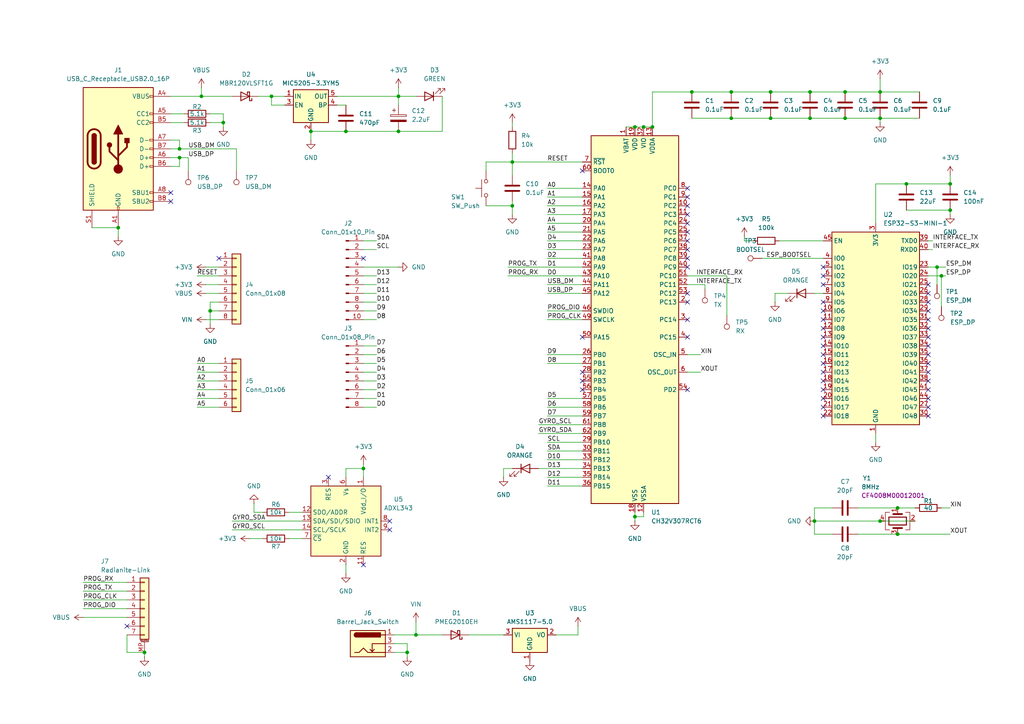
<source format=kicad_sch>
(kicad_sch (version 20231120) (generator "eeschema") (generator_version "8.0")
  (paper "A4")
  (junction (at 115.57 27.94))
  (junction (at 184.15 36.83))
  (junction (at 105.41 135.89))
  (junction (at 60.96 90.17))
  (junction (at 115.57 38.1))
  (junction (at 255.27 26.67))
  (junction (at 118.11 189.23))
  (junction (at 212.09 34.29))
  (junction (at 90.17 38.1))
  (junction (at 52.07 43.18))
  (junction (at 245.11 26.67))
  (junction (at 260.35 147.32))
  (junction (at 100.33 38.1))
  (junction (at 223.52 34.29))
  (junction (at 148.59 46.99))
  (junction (at 200.66 26.67))
  (junction (at 255.27 151.13))
  (junction (at 271.78 77.47))
  (junction (at 275.59 53.34))
  (junction (at 262.89 53.34))
  (junction (at 260.35 154.94))
  (junction (at 58.42 27.94))
  (junction (at 120.65 184.15))
  (junction (at 52.07 45.72))
  (junction (at 273.05 80.01))
  (junction (at 41.91 189.23))
  (junction (at 186.69 36.83))
  (junction (at 212.09 26.67))
  (junction (at 236.22 151.13))
  (junction (at 223.52 26.67))
  (junction (at 255.27 34.29))
  (junction (at 234.95 26.67))
  (junction (at 234.95 34.29))
  (junction (at 148.59 59.69))
  (junction (at 78.74 27.94))
  (junction (at 64.77 35.56))
  (junction (at 245.11 34.29))
  (junction (at 184.15 149.86))
  (junction (at 34.29 66.04))
  (junction (at 189.23 36.83))
  (junction (at 275.59 60.96))
  (no_connect (at 269.24 113.03))
  (no_connect (at 269.24 92.71))
  (no_connect (at 269.24 100.33))
  (no_connect (at 238.76 97.79))
  (no_connect (at 168.91 49.53))
  (no_connect (at 269.24 90.17))
  (no_connect (at 238.76 107.95))
  (no_connect (at 113.03 151.13))
  (no_connect (at 238.76 105.41))
  (no_connect (at 269.24 102.87))
  (no_connect (at 168.91 110.49))
  (no_connect (at 49.53 55.88))
  (no_connect (at 238.76 120.65))
  (no_connect (at 199.39 77.47))
  (no_connect (at 113.03 153.67))
  (no_connect (at 105.41 163.83))
  (no_connect (at 269.24 118.11))
  (no_connect (at 238.76 102.87))
  (no_connect (at 36.83 181.61))
  (no_connect (at 238.76 118.11))
  (no_connect (at 199.39 62.23))
  (no_connect (at 199.39 72.39))
  (no_connect (at 168.91 107.95))
  (no_connect (at 238.76 115.57))
  (no_connect (at 199.39 59.69))
  (no_connect (at 199.39 92.71))
  (no_connect (at 199.39 97.79))
  (no_connect (at 238.76 110.49))
  (no_connect (at 199.39 113.03))
  (no_connect (at 95.25 138.43))
  (no_connect (at 168.91 97.79))
  (no_connect (at 199.39 67.31))
  (no_connect (at 269.24 97.79))
  (no_connect (at 199.39 85.09))
  (no_connect (at 269.24 107.95))
  (no_connect (at 269.24 115.57))
  (no_connect (at 269.24 85.09))
  (no_connect (at 269.24 105.41))
  (no_connect (at 269.24 120.65))
  (no_connect (at 238.76 82.55))
  (no_connect (at 238.76 90.17))
  (no_connect (at 199.39 74.93))
  (no_connect (at 238.76 113.03))
  (no_connect (at 199.39 64.77))
  (no_connect (at 269.24 95.25))
  (no_connect (at 105.41 74.93))
  (no_connect (at 238.76 87.63))
  (no_connect (at 238.76 92.71))
  (no_connect (at 63.5 74.93))
  (no_connect (at 238.76 80.01))
  (no_connect (at 199.39 54.61))
  (no_connect (at 199.39 87.63))
  (no_connect (at 199.39 69.85))
  (no_connect (at 269.24 110.49))
  (no_connect (at 238.76 77.47))
  (no_connect (at 269.24 82.55))
  (no_connect (at 49.53 58.42))
  (no_connect (at 199.39 57.15))
  (no_connect (at 238.76 100.33))
  (no_connect (at 269.24 87.63))
  (no_connect (at 168.91 113.03))
  (no_connect (at 238.76 95.25))
  (wire (pts (xy 140.97 46.99) (xy 140.97 49.53)))
  (wire (pts (xy 156.21 125.73) (xy 168.91 125.73)))
  (wire (pts (xy 57.15 80.01) (xy 63.5 80.01)))
  (wire (pts (xy 269.24 72.39) (xy 270.51 72.39)))
  (wire (pts (xy 68.58 49.53) (xy 68.58 43.18)))
  (wire (pts (xy 158.75 140.97) (xy 168.91 140.97)))
  (wire (pts (xy 105.41 118.11) (xy 109.22 118.11)))
  (wire (pts (xy 49.53 45.72) (xy 52.07 45.72)))
  (wire (pts (xy 57.15 110.49) (xy 63.5 110.49)))
  (wire (pts (xy 234.95 26.67) (xy 245.11 26.67)))
  (wire (pts (xy 158.75 128.27) (xy 168.91 128.27)))
  (wire (pts (xy 118.11 186.69) (xy 114.3 186.69)))
  (wire (pts (xy 52.07 45.72) (xy 52.07 48.26)))
  (wire (pts (xy 58.42 25.4) (xy 58.42 27.94)))
  (wire (pts (xy 24.13 171.45) (xy 36.83 171.45)))
  (wire (pts (xy 200.66 34.29) (xy 212.09 34.29)))
  (wire (pts (xy 236.22 85.09) (xy 238.76 85.09)))
  (wire (pts (xy 115.57 27.94) (xy 120.65 27.94)))
  (wire (pts (xy 269.24 69.85) (xy 270.51 69.85)))
  (wire (pts (xy 189.23 36.83) (xy 189.23 26.67)))
  (wire (pts (xy 156.21 123.19) (xy 168.91 123.19)))
  (wire (pts (xy 60.96 87.63) (xy 63.5 87.63)))
  (wire (pts (xy 158.75 90.17) (xy 168.91 90.17)))
  (wire (pts (xy 254 64.77) (xy 254 53.34)))
  (wire (pts (xy 199.39 80.01) (xy 210.82 80.01)))
  (wire (pts (xy 52.07 40.64) (xy 49.53 40.64)))
  (wire (pts (xy 223.52 34.29) (xy 234.95 34.29)))
  (wire (pts (xy 262.89 53.34) (xy 275.59 53.34)))
  (wire (pts (xy 114.3 189.23) (xy 118.11 189.23)))
  (wire (pts (xy 275.59 60.96) (xy 275.59 62.23)))
  (wire (pts (xy 34.29 66.04) (xy 34.29 68.58)))
  (wire (pts (xy 167.64 184.15) (xy 161.29 184.15)))
  (wire (pts (xy 67.31 151.13) (xy 87.63 151.13)))
  (wire (pts (xy 58.42 27.94) (xy 49.53 27.94)))
  (wire (pts (xy 100.33 135.89) (xy 105.41 135.89)))
  (wire (pts (xy 269.24 80.01) (xy 273.05 80.01)))
  (wire (pts (xy 100.33 138.43) (xy 100.33 135.89)))
  (wire (pts (xy 59.69 92.71) (xy 63.5 92.71)))
  (wire (pts (xy 52.07 43.18) (xy 52.07 40.64)))
  (wire (pts (xy 140.97 46.99) (xy 148.59 46.99)))
  (wire (pts (xy 64.77 35.56) (xy 64.77 36.83)))
  (wire (pts (xy 262.89 60.96) (xy 275.59 60.96)))
  (wire (pts (xy 215.9 68.58) (xy 215.9 69.85)))
  (wire (pts (xy 148.59 44.45) (xy 148.59 46.99)))
  (wire (pts (xy 148.59 58.42) (xy 148.59 59.69)))
  (wire (pts (xy 74.93 27.94) (xy 78.74 27.94)))
  (wire (pts (xy 254 125.73) (xy 254 128.27)))
  (wire (pts (xy 41.91 189.23) (xy 41.91 190.5)))
  (wire (pts (xy 271.78 77.47) (xy 271.78 82.55)))
  (wire (pts (xy 248.92 154.94) (xy 260.35 154.94)))
  (wire (pts (xy 52.07 43.18) (xy 68.58 43.18)))
  (wire (pts (xy 148.59 46.99) (xy 148.59 50.8)))
  (wire (pts (xy 255.27 26.67) (xy 266.7 26.67)))
  (wire (pts (xy 24.13 176.53) (xy 36.83 176.53)))
  (wire (pts (xy 24.13 179.07) (xy 36.83 179.07)))
  (wire (pts (xy 100.33 38.1) (xy 115.57 38.1)))
  (wire (pts (xy 78.74 27.94) (xy 82.55 27.94)))
  (wire (pts (xy 189.23 26.67) (xy 200.66 26.67)))
  (wire (pts (xy 105.41 105.41) (xy 109.22 105.41)))
  (wire (pts (xy 241.3 154.94) (xy 236.22 154.94)))
  (wire (pts (xy 158.75 130.81) (xy 168.91 130.81)))
  (wire (pts (xy 269.24 77.47) (xy 271.78 77.47)))
  (wire (pts (xy 49.53 35.56) (xy 53.34 35.56)))
  (wire (pts (xy 167.64 181.61) (xy 167.64 184.15)))
  (wire (pts (xy 245.11 26.67) (xy 255.27 26.67)))
  (wire (pts (xy 57.15 118.11) (xy 63.5 118.11)))
  (wire (pts (xy 184.15 36.83) (xy 186.69 36.83)))
  (wire (pts (xy 118.11 189.23) (xy 118.11 186.69)))
  (wire (pts (xy 60.96 33.02) (xy 64.77 33.02)))
  (wire (pts (xy 158.75 118.11) (xy 168.91 118.11)))
  (wire (pts (xy 255.27 34.29) (xy 266.7 34.29)))
  (wire (pts (xy 200.66 26.67) (xy 212.09 26.67)))
  (wire (pts (xy 59.69 77.47) (xy 63.5 77.47)))
  (wire (pts (xy 158.75 85.09) (xy 168.91 85.09)))
  (wire (pts (xy 60.96 90.17) (xy 63.5 90.17)))
  (wire (pts (xy 140.97 59.69) (xy 148.59 59.69)))
  (wire (pts (xy 186.69 36.83) (xy 189.23 36.83)))
  (wire (pts (xy 26.67 66.04) (xy 34.29 66.04)))
  (wire (pts (xy 255.27 151.13) (xy 265.43 151.13)))
  (wire (pts (xy 60.96 90.17) (xy 60.96 87.63)))
  (wire (pts (xy 158.75 138.43) (xy 168.91 138.43)))
  (wire (pts (xy 57.15 107.95) (xy 63.5 107.95)))
  (wire (pts (xy 105.41 107.95) (xy 109.22 107.95)))
  (wire (pts (xy 148.59 35.56) (xy 148.59 36.83)))
  (wire (pts (xy 105.41 82.55) (xy 109.22 82.55)))
  (wire (pts (xy 97.79 30.48) (xy 100.33 30.48)))
  (wire (pts (xy 24.13 173.99) (xy 36.83 173.99)))
  (wire (pts (xy 105.41 69.85) (xy 109.22 69.85)))
  (wire (pts (xy 105.41 87.63) (xy 109.22 87.63)))
  (wire (pts (xy 128.27 38.1) (xy 115.57 38.1)))
  (wire (pts (xy 210.82 91.44) (xy 210.82 80.01)))
  (wire (pts (xy 57.15 113.03) (xy 63.5 113.03)))
  (wire (pts (xy 105.41 135.89) (xy 105.41 138.43)))
  (wire (pts (xy 199.39 102.87) (xy 203.2 102.87)))
  (wire (pts (xy 105.41 102.87) (xy 109.22 102.87)))
  (wire (pts (xy 105.41 134.62) (xy 105.41 135.89)))
  (wire (pts (xy 236.22 154.94) (xy 236.22 151.13)))
  (wire (pts (xy 236.22 151.13) (xy 255.27 151.13)))
  (wire (pts (xy 220.98 74.93) (xy 238.76 74.93)))
  (wire (pts (xy 158.75 57.15) (xy 168.91 57.15)))
  (wire (pts (xy 158.75 67.31) (xy 168.91 67.31)))
  (wire (pts (xy 146.05 135.89) (xy 148.59 135.89)))
  (wire (pts (xy 186.69 148.59) (xy 186.69 149.86)))
  (wire (pts (xy 158.75 72.39) (xy 168.91 72.39)))
  (wire (pts (xy 100.33 163.83) (xy 100.33 166.37)))
  (wire (pts (xy 273.05 147.32) (xy 275.59 147.32)))
  (wire (pts (xy 105.41 72.39) (xy 109.22 72.39)))
  (wire (pts (xy 52.07 48.26) (xy 49.53 48.26)))
  (wire (pts (xy 54.61 45.72) (xy 54.61 49.53)))
  (wire (pts (xy 158.75 64.77) (xy 168.91 64.77)))
  (wire (pts (xy 24.13 168.91) (xy 36.83 168.91)))
  (wire (pts (xy 83.82 156.21) (xy 87.63 156.21)))
  (wire (pts (xy 224.79 85.09) (xy 224.79 87.63)))
  (wire (pts (xy 58.42 27.94) (xy 67.31 27.94)))
  (wire (pts (xy 223.52 26.67) (xy 234.95 26.67)))
  (wire (pts (xy 255.27 34.29) (xy 255.27 35.56)))
  (wire (pts (xy 115.57 27.94) (xy 115.57 30.48)))
  (wire (pts (xy 260.35 154.94) (xy 275.59 154.94)))
  (wire (pts (xy 72.39 156.21) (xy 76.2 156.21)))
  (wire (pts (xy 158.75 59.69) (xy 168.91 59.69)))
  (wire (pts (xy 146.05 138.43) (xy 146.05 135.89)))
  (wire (pts (xy 105.41 80.01) (xy 109.22 80.01)))
  (wire (pts (xy 271.78 77.47) (xy 274.32 77.47)))
  (wire (pts (xy 49.53 43.18) (xy 52.07 43.18)))
  (wire (pts (xy 245.11 34.29) (xy 255.27 34.29)))
  (wire (pts (xy 49.53 33.02) (xy 53.34 33.02)))
  (wire (pts (xy 275.59 50.8) (xy 275.59 53.34)))
  (wire (pts (xy 234.95 34.29) (xy 245.11 34.29)))
  (wire (pts (xy 73.66 148.59) (xy 76.2 148.59)))
  (wire (pts (xy 158.75 102.87) (xy 168.91 102.87)))
  (wire (pts (xy 226.06 69.85) (xy 238.76 69.85)))
  (wire (pts (xy 105.41 85.09) (xy 109.22 85.09)))
  (wire (pts (xy 73.66 146.05) (xy 73.66 148.59)))
  (wire (pts (xy 120.65 180.34) (xy 120.65 184.15)))
  (wire (pts (xy 199.39 82.55) (xy 204.47 82.55)))
  (wire (pts (xy 57.15 115.57) (xy 63.5 115.57)))
  (wire (pts (xy 212.09 26.67) (xy 223.52 26.67)))
  (wire (pts (xy 120.65 184.15) (xy 128.27 184.15)))
  (wire (pts (xy 158.75 82.55) (xy 168.91 82.55)))
  (wire (pts (xy 156.21 135.89) (xy 168.91 135.89)))
  (wire (pts (xy 36.83 189.23) (xy 41.91 189.23)))
  (wire (pts (xy 105.41 77.47) (xy 115.57 77.47)))
  (wire (pts (xy 64.77 33.02) (xy 64.77 35.56)))
  (wire (pts (xy 158.75 133.35) (xy 168.91 133.35)))
  (wire (pts (xy 105.41 90.17) (xy 109.22 90.17)))
  (wire (pts (xy 199.39 107.95) (xy 203.2 107.95)))
  (wire (pts (xy 118.11 190.5) (xy 118.11 189.23)))
  (wire (pts (xy 158.75 105.41) (xy 168.91 105.41)))
  (wire (pts (xy 105.41 92.71) (xy 109.22 92.71)))
  (wire (pts (xy 52.07 45.72) (xy 54.61 45.72)))
  (wire (pts (xy 254 53.34) (xy 262.89 53.34)))
  (wire (pts (xy 57.15 105.41) (xy 63.5 105.41)))
  (wire (pts (xy 228.6 85.09) (xy 224.79 85.09)))
  (wire (pts (xy 158.75 69.85) (xy 168.91 69.85)))
  (wire (pts (xy 212.09 34.29) (xy 223.52 34.29)))
  (wire (pts (xy 114.3 184.15) (xy 120.65 184.15)))
  (wire (pts (xy 248.92 147.32) (xy 260.35 147.32)))
  (wire (pts (xy 273.05 80.01) (xy 273.05 88.9)))
  (wire (pts (xy 184.15 148.59) (xy 184.15 149.86)))
  (wire (pts (xy 215.9 69.85) (xy 218.44 69.85)))
  (wire (pts (xy 105.41 110.49) (xy 109.22 110.49)))
  (wire (pts (xy 204.47 83.82) (xy 204.47 82.55)))
  (wire (pts (xy 158.75 120.65) (xy 168.91 120.65)))
  (wire (pts (xy 148.59 46.99) (xy 168.91 46.99)))
  (wire (pts (xy 105.41 115.57) (xy 109.22 115.57)))
  (wire (pts (xy 59.69 82.55) (xy 63.5 82.55)))
  (wire (pts (xy 60.96 35.56) (xy 64.77 35.56)))
  (wire (pts (xy 128.27 27.94) (xy 128.27 38.1)))
  (wire (pts (xy 273.05 80.01) (xy 274.32 80.01)))
  (wire (pts (xy 36.83 184.15) (xy 36.83 189.23)))
  (wire (pts (xy 158.75 115.57) (xy 168.91 115.57)))
  (wire (pts (xy 158.75 92.71) (xy 168.91 92.71)))
  (wire (pts (xy 241.3 147.32) (xy 236.22 147.32)))
  (wire (pts (xy 115.57 27.94) (xy 97.79 27.94)))
  (wire (pts (xy 105.41 100.33) (xy 109.22 100.33)))
  (wire (pts (xy 67.31 153.67) (xy 87.63 153.67)))
  (wire (pts (xy 255.27 22.86) (xy 255.27 26.67)))
  (wire (pts (xy 181.61 36.83) (xy 184.15 36.83)))
  (wire (pts (xy 82.55 30.48) (xy 78.74 30.48)))
  (wire (pts (xy 147.32 80.01) (xy 168.91 80.01)))
  (wire (pts (xy 105.41 113.03) (xy 109.22 113.03)))
  (wire (pts (xy 83.82 148.59) (xy 87.63 148.59)))
  (wire (pts (xy 59.69 85.09) (xy 63.5 85.09)))
  (wire (pts (xy 90.17 38.1) (xy 90.17 40.64)))
  (wire (pts (xy 60.96 93.98) (xy 60.96 90.17)))
  (wire (pts (xy 90.17 38.1) (xy 100.33 38.1)))
  (wire (pts (xy 186.69 149.86) (xy 184.15 149.86)))
  (wire (pts (xy 78.74 30.48) (xy 78.74 27.94)))
  (wire (pts (xy 148.59 59.69) (xy 148.59 62.23)))
  (wire (pts (xy 260.35 147.32) (xy 265.43 147.32)))
  (wire (pts (xy 135.89 184.15) (xy 146.05 184.15)))
  (wire (pts (xy 236.22 147.32) (xy 236.22 151.13)))
  (wire (pts (xy 184.15 149.86) (xy 184.15 151.13)))
  (wire (pts (xy 158.75 54.61) (xy 168.91 54.61)))
  (wire (pts (xy 158.75 62.23) (xy 168.91 62.23)))
  (wire (pts (xy 158.75 74.93) (xy 168.91 74.93)))
  (wire (pts (xy 115.57 25.4) (xy 115.57 27.94)))
  (wire (pts (xy 147.32 77.47) (xy 168.91 77.47)))
  (label "XIN" (at 275.59 147.32 0))
  (label "INTERFACE_TX" (at 201.93 82.55 0))
  (label "XIN" (at 203.2 102.87 0))
  (label "D10" (at 158.75 133.35 0))
  (label "PROG_DIO" (at 158.75 90.17 0))
  (label "D0" (at 109.22 118.11 0))
  (label "D9" (at 158.75 102.87 0))
  (label "D10" (at 109.22 87.63 0))
  (label "D3" (at 158.75 72.39 0))
  (label "D1" (at 158.75 77.47 0))
  (label "D4" (at 158.75 69.85 0))
  (label "SCL" (at 158.75 128.27 0))
  (label "ESP_DP" (at 274.32 80.01 0))
  (label "GYRO_SDA" (at 67.31 151.13 0))
  (label "D7" (at 158.75 120.65 0))
  (label "USB_DP" (at 54.61 45.72 0))
  (label "D9" (at 109.22 90.17 0))
  (label "A3" (at 57.15 113.03 0))
  (label "D2" (at 158.75 74.93 0))
  (label "PROG_CLK" (at 24.13 173.99 0))
  (label "D8" (at 109.22 92.71 0))
  (label "D5" (at 109.22 105.41 0))
  (label "GYRO_SCL" (at 156.21 123.19 0))
  (label "INTERFACE_RX" (at 270.51 72.39 0))
  (label "A0" (at 57.15 105.41 0))
  (label "D4" (at 109.22 107.95 0))
  (label "D1" (at 109.22 115.57 0))
  (label "D3" (at 109.22 110.49 0))
  (label "D5" (at 158.75 115.57 0))
  (label "D13" (at 109.22 80.01 0))
  (label "D12" (at 109.22 82.55 0))
  (label "D2" (at 109.22 113.03 0))
  (label "SDA" (at 158.75 130.81 0))
  (label "D6" (at 158.75 118.11 0))
  (label "A3" (at 158.75 62.23 0))
  (label "D12" (at 158.75 138.43 0))
  (label "A5" (at 57.15 118.11 0))
  (label "A2" (at 57.15 110.49 0))
  (label "D6" (at 109.22 102.87 0))
  (label "GYRO_SDA" (at 156.21 125.73 0))
  (label "D11" (at 158.75 140.97 0))
  (label "A2" (at 158.75 59.69 0))
  (label "RESET" (at 57.15 80.01 0))
  (label "ESP_BOOTSEL" (at 222.25 74.93 0))
  (label "A5" (at 158.75 67.31 0))
  (label "PROG_TX" (at 147.32 77.47 0))
  (label "PROG_DIO" (at 24.13 176.53 0))
  (label "PROG_CLK" (at 158.75 92.71 0))
  (label "D0" (at 158.75 80.01 0))
  (label "PROG_RX" (at 147.32 80.01 0))
  (label "USB_DP" (at 158.75 85.09 0))
  (label "USB_DM" (at 54.61 43.18 0))
  (label "RESET" (at 158.75 46.99 0))
  (label "A4" (at 158.75 64.77 0))
  (label "ESP_DM" (at 274.32 77.47 0))
  (label "SDA" (at 109.22 69.85 0))
  (label "D7" (at 109.22 100.33 0))
  (label "XOUT" (at 203.2 107.95 0))
  (label "SCL" (at 109.22 72.39 0))
  (label "XOUT" (at 275.59 154.94 0))
  (label "D8" (at 158.75 105.41 0))
  (label "D11" (at 109.22 85.09 0))
  (label "PROG_TX" (at 24.13 171.45 0))
  (label "A1" (at 57.15 107.95 0))
  (label "A1" (at 158.75 57.15 0))
  (label "A0" (at 158.75 54.61 0))
  (label "INTERFACE_RX" (at 201.93 80.01 0))
  (label "D13" (at 158.75 135.89 0))
  (label "A4" (at 57.15 115.57 0))
  (label "USB_DM" (at 158.75 82.55 0))
  (label "INTERFACE_TX" (at 270.51 69.85 0))
  (label "GYRO_SCL" (at 67.31 153.67 0))
  (label "PROG_RX" (at 24.13 168.91 0))
  (symbol (lib_id "Device:C") (at 200.66 30.48 0) (unit 1)
    (property "Reference" "C1" (at 204.47 29.2099 0) (effects (justify left)))
    (property "Value" "0.1uF" (at 204.47 31.7499 0) (effects (justify left)))
    (property "Footprint" "Capacitor_SMD:C_0402_1005Metric" (effects (hide yes)))
    (property "Description" "Unpolarized capacitor" (effects (hide yes)))
  )
  (symbol (lib_id "Device:R") (at 57.15 33.02 90) (unit 1)
    (property "Reference" "R2" (at 57.15 30.988 90))
    (property "Value" "5.1k" (at 57.15 33.02 90))
    (property "Footprint" "Resistor_SMD:R_0402_1005Metric" (effects (hide yes)))
    (property "Description" "Resistor" (effects (hide yes)))
  )
  (symbol (lib_id "Device:LED") (at 124.46 27.94 180) (unit 1)
    (property "Reference" "D3" (at 126.0475 20.32 0))
    (property "Value" "GREEN" (at 126.0475 22.86 0))
    (property "Footprint" "LED_SMD:LED_0402_1005Metric" (effects (hide yes)))
    (property "Description" "Light emitting diode" (effects (hide yes)))
  )
  (symbol (lib_id "Device:C") (at 245.11 30.48 0) (unit 1)
    (property "Reference" "C5" (at 248.92 29.2099 0) (effects (justify left)))
    (property "Value" "0.1uF" (at 248.92 31.7499 0) (effects (justify left)))
    (property "Footprint" "Capacitor_SMD:C_0402_1005Metric" (effects (hide yes)))
    (property "Description" "Unpolarized capacitor" (effects (hide yes)))
  )
  (symbol (lib_id "Regulator_Linear:MIC5205-3.3YM5") (at 90.17 30.48 0) (unit 1)
    (property "Reference" "U4" (at 90.17 21.59 0))
    (property "Value" "MIC5205-3.3YM5" (at 90.17 24.13 0))
    (property "Footprint" "Package_TO_SOT_SMD:SOT-23-5" (effects (hide yes)))
    (property "Datasheet" "http://ww1.microchip.com/downloads/en/DeviceDoc/20005785A.pdf" (effects (hide yes)))
    (property "Description" "150mA low dropout linear regulator, fixed 3.3V output, SOT-23-5" (effects (hide yes)))
  )
  (symbol (lib_id "RF_Module:ESP32-S3-MINI-1") (at 254 95.25 0) (unit 1)
    (property "Reference" "U2" (at 256.1941 62.23 0) (effects (justify left)))
    (property "Value" "ESP32-S3-MINI-1" (at 256.1941 64.77 0) (effects (justify left)))
    (property "Footprint" "RF_Module:ESP32-S2-MINI-1" (effects (hide yes)))
    (property "Datasheet" "https://www.espressif.com/sites/default/files/documentation/esp32-s3-mini-1_mini-1u_datasheet_en.pdf" (effects (hide yes)))
    (property "Description" "RF Module, ESP32-S3 SoC, Wi-Fi 802.11b/g/n, Bluetooth, BLE, 32-bit, 3.3V, SMD, onboard antenna" (effects (hide yes)))
  )
  (symbol (lib_id "Device:C") (at 245.11 154.94 270) (unit 1)
    (property "Reference" "C8" (at 245.11 159.004 90))
    (property "Value" "20pF" (at 245.11 161.544 90))
    (property "Footprint" "Capacitor_SMD:C_0402_1005Metric" (effects (hide yes)))
    (property "Description" "Unpolarized capacitor" (effects (hide yes)))
  )
  (symbol (lib_id "Connector:TestPoint") (at 271.78 82.55 180) (unit 1)
    (property "Reference" "TP1" (at 274.32 84.5819 0) (effects (justify right)))
    (property "Value" "ESP_DM" (at 274.32 87.1219 0) (effects (justify right)))
    (property "Footprint" "TestPoint:TestPoint_Pad_D1.0mm" (effects (hide yes)))
    (property "Description" "test point" (effects (hide yes)))
  )
  (symbol (lib_id "power:+3V3") (at 72.39 156.21 90) (unit 1)
    (property "Reference" "#PWR027" (effects (hide yes)))
    (property "Value" "+3V3" (at 68.58 156.2099 90) (effects (justify left)))
    (property "Description" "Power symbol creates a global label with name \"+3V3\"" (effects (hide yes)))
  )
  (symbol (lib_id "Device:D_Schottky") (at 71.12 27.94 180) (unit 1)
    (property "Reference" "D2" (at 71.4375 21.59 0))
    (property "Value" "MBR120VLSFT1G" (at 71.4375 24.13 0))
    (property "Footprint" "Diode_SMD:D_SOD-123F" (effects (hide yes)))
    (property "Description" "Schottky diode" (effects (hide yes)))
  )
  (symbol (lib_id "power:+3V3") (at 148.59 35.56 0) (unit 1)
    (property "Reference" "#PWR015" (effects (hide yes)))
    (property "Value" "+3V3" (at 148.59 30.48 0))
    (property "Description" "Power symbol creates a global label with name \"+3V3\"" (effects (hide yes)))
  )
  (symbol (lib_id "Switch:SW_Push") (at 140.97 54.61 90) (unit 1)
    (property "Reference" "SW1" (at 130.81 57.15 90) (effects (justify right)))
    (property "Value" "SW_Push" (at 130.81 59.69 90) (effects (justify right)))
    (property "Footprint" "Button_Switch_SMD:SW_SPST_Omron_B3FS-100xP" (effects (hide yes)))
    (property "Description" "Push button switch, generic, two pins" (effects (hide yes)))
  )
  (symbol (lib_id "power:GND") (at 34.29 68.58 0) (unit 1)
    (property "Reference" "#PWR06" (effects (hide yes)))
    (property "Value" "GND" (at 34.29 73.66 0))
    (property "Description" "Power symbol creates a global label with name \"GND\" , ground" (effects (hide yes)))
  )
  (symbol (lib_id "power:+3V3") (at 215.9 68.58 0) (unit 1)
    (property "Reference" "#PWR026" (effects (hide yes)))
    (property "Value" "+3V3" (at 215.9 63.5 0))
    (property "Description" "Power symbol creates a global label with name \"+3V3\"" (effects (hide yes)))
  )
  (symbol (lib_id "Connector:TestPoint") (at 273.05 88.9 180) (unit 1)
    (property "Reference" "TP2" (at 275.59 90.9319 0) (effects (justify right)))
    (property "Value" "ESP_DP" (at 275.59 93.4719 0) (effects (justify right)))
    (property "Footprint" "TestPoint:TestPoint_Pad_D1.0mm" (effects (hide yes)))
    (property "Description" "test point" (effects (hide yes)))
  )
  (symbol (lib_id "Device:R") (at 57.15 35.56 90) (unit 1)
    (property "Reference" "R3" (at 57.15 37.846 90))
    (property "Value" "5.1k" (at 57.15 35.56 90))
    (property "Footprint" "Resistor_SMD:R_0402_1005Metric" (effects (hide yes)))
    (property "Description" "Resistor" (effects (hide yes)))
  )
  (symbol (lib_id "Device:R") (at 148.59 40.64 0) (unit 1)
    (property "Reference" "R4" (at 151.13 39.3699 0) (effects (justify left)))
    (property "Value" "10k" (at 151.13 41.9099 0) (effects (justify left)))
    (property "Footprint" "Resistor_SMD:R_0402_1005Metric" (effects (hide yes)))
    (property "Description" "Resistor" (effects (hide yes)))
  )
  (symbol (lib_id "power:GND") (at 184.15 151.13 0) (unit 1)
    (property "Reference" "#PWR03" (effects (hide yes)))
    (property "Value" "GND" (at 184.15 156.21 0))
    (property "Description" "Power symbol creates a global label with name \"GND\" , ground" (effects (hide yes)))
  )
  (symbol (lib_id "Device:C") (at 266.7 30.48 0) (unit 1)
    (property "Reference" "C9" (at 270.51 29.2099 0) (effects (justify left)))
    (property "Value" "0.1uF" (at 270.51 31.7499 0) (effects (justify left)))
    (property "Footprint" "Capacitor_SMD:C_0402_1005Metric" (effects (hide yes)))
    (property "Description" "Unpolarized capacitor" (effects (hide yes)))
  )
  (symbol (lib_id "Device:C") (at 212.09 30.48 0) (unit 1)
    (property "Reference" "C2" (at 215.9 29.2099 0) (effects (justify left)))
    (property "Value" "0.1uF" (at 215.9 31.7499 0) (effects (justify left)))
    (property "Footprint" "Capacitor_SMD:C_0402_1005Metric" (effects (hide yes)))
    (property "Description" "Unpolarized capacitor" (effects (hide yes)))
  )
  (symbol (lib_id "power:GND") (at 73.66 146.05 180) (unit 1)
    (property "Reference" "#PWR028" (effects (hide yes)))
    (property "Value" "GND" (at 73.66 140.97 0))
    (property "Description" "Power symbol creates a global label with name \"GND\" , ground" (effects (hide yes)))
  )
  (symbol (lib_id "Device:C") (at 275.59 57.15 0) (unit 1)
    (property "Reference" "C14" (at 279.4 55.8799 0) (effects (justify left)))
    (property "Value" "100nF" (at 279.4 58.4199 0) (effects (justify left)))
    (property "Footprint" "Capacitor_SMD:C_0402_1005Metric" (effects (hide yes)))
    (property "Description" "Unpolarized capacitor" (effects (hide yes)))
  )
  (symbol (lib_id "Connector_Generic:Conn_01x06") (at 68.58 110.49 0) (unit 1)
    (property "Reference" "J5" (at 71.12 110.4899 0) (effects (justify left)))
    (property "Value" "Conn_01x06" (at 71.12 113.0299 0) (effects (justify left)))
    (property "Footprint" "Connector_PinSocket_2.54mm:PinSocket_1x06_P2.54mm_Vertical" (effects (hide yes)))
    (property "Description" "Generic connector, single row, 01x06, script generated (kicad-library-utils/schlib/autogen/connector/)" (effects (hide yes)))
  )
  (symbol (lib_id "power:+3V3") (at 59.69 77.47 90) (unit 1)
    (property "Reference" "#PWR013" (effects (hide yes)))
    (property "Value" "+3V3" (at 55.88 77.4699 90) (effects (justify left)))
    (property "Description" "Power symbol creates a global label with name \"+3V3\"" (effects (hide yes)))
  )
  (symbol (lib_id "Connector:USB_C_Receptacle_USB2.0_16P") (at 34.29 43.18 0) (unit 1)
    (property "Reference" "J1" (at 34.29 20.32 0))
    (property "Value" "USB_C_Receptacle_USB2.0_16P" (at 34.29 22.86 0))
    (property "Footprint" "Connector_USB:USB_C_Receptacle_GCT_USB4105-xx-A_16P_TopMnt_Horizontal" (effects (hide yes)))
    (property "Datasheet" "https://www.usb.org/sites/default/files/documents/usb_type-c.zip" (effects (hide yes)))
    (property "Description" "USB 2.0-only 16P Type-C Receptacle connector" (effects (hide yes)))
  )
  (symbol (lib_id "Connector:TestPoint") (at 68.58 49.53 180) (unit 1)
    (property "Reference" "TP7" (at 71.12 51.5619 0) (effects (justify right)))
    (property "Value" "USB_DM" (at 71.12 54.1019 0) (effects (justify right)))
    (property "Footprint" "TestPoint:TestPoint_Pad_D1.0mm" (effects (hide yes)))
    (property "Description" "test point" (effects (hide yes)))
  )
  (symbol (lib_id "Device:LED") (at 152.4 135.89 0) (unit 1)
    (property "Reference" "D4" (at 150.8125 129.54 0))
    (property "Value" "ORANGE" (at 150.8125 132.08 0))
    (property "Footprint" "LED_SMD:LED_0402_1005Metric" (effects (hide yes)))
    (property "Description" "Light emitting diode" (effects (hide yes)))
  )
  (symbol (lib_id "Sensor_Motion:ADXL343") (at 100.33 151.13 0) (unit 1)
    (property "Reference" "U5" (at 115.57 144.8114 0))
    (property "Value" "ADXL343" (at 115.57 147.3514 0))
    (property "Footprint" "Package_LGA:LGA-14_3x5mm_P0.8mm_LayoutBorder1x6y" (effects (hide yes)))
    (property "Datasheet" "https://www.analog.com/media/en/technical-documentation/data-sheets/ADXL343.pdf" (effects (hide yes)))
    (property "Description" "3-Axis MEMS Accelerometer, 2/4/8/16g range, I2C/SPI, LGA-14" (effects (hide yes)))
  )
  (symbol (lib_id "power:GND") (at 60.96 93.98 0) (unit 1)
    (property "Reference" "#PWR09" (effects (hide yes)))
    (property "Value" "GND" (at 60.96 99.06 0))
    (property "Description" "Power symbol creates a global label with name \"GND\" , ground" (effects (hide yes)))
  )
  (symbol (lib_id "power:VBUS") (at 59.69 85.09 90) (unit 1)
    (property "Reference" "#PWR010" (effects (hide yes)))
    (property "Value" "VBUS" (at 55.88 85.0899 90) (effects (justify left)))
    (property "Description" "Power symbol creates a global label with name \"VBUS\"" (effects (hide yes)))
  )
  (symbol (lib_id "MCU_WCH_CH32V3:CH32V30xRxTx") (at 184.15 92.71 0) (unit 1)
    (property "Reference" "U1" (at 188.8841 148.59 0) (effects (justify left)))
    (property "Value" "CH32V307RCT6" (at 188.8841 151.13 0) (effects (justify left)))
    (property "Footprint" "Package_QFP:LQFP-64_10x10mm_P0.5mm" (effects (hide yes)))
    (property "Datasheet" "http://www.wch-ic.com/products/CH32V307.html?" (effects (hide yes)))
    (property "Description" "The CH32V303/5/7 is an connectivity MCUs based on 32-bit RISC-V core." (effects (hide yes)))
  )
  (symbol (lib_id "power:GND") (at 275.59 62.23 0) (unit 1)
    (property "Reference" "#PWR022" (effects (hide yes)))
    (property "Value" "GND" (at 275.59 67.31 0))
    (property "Description" "Power symbol creates a global label with name \"GND\" , ground" (effects (hide yes)))
  )
  (symbol (lib_id "Device:C_Polarized") (at 115.57 34.29 0) (unit 1)
    (property "Reference" "C12" (at 119.38 32.1309 0) (effects (justify left)))
    (property "Value" "2.2uF" (at 119.38 34.6709 0) (effects (justify left)))
    (property "Footprint" "Capacitor_Tantalum_SMD:CP_EIA-1608-08_AVX-J" (effects (hide yes)))
    (property "Description" "Polarized capacitor" (effects (hide yes)))
  )
  (symbol (lib_id "Connector:Conn_01x08_Pin") (at 100.33 107.95 0) (unit 1)
    (property "Reference" "J3" (at 100.965 95.25 0))
    (property "Value" "Conn_01x08_Pin" (at 100.965 97.79 0))
    (property "Footprint" "Connector_PinSocket_2.54mm:PinSocket_1x08_P2.54mm_Vertical" (effects (hide yes)))
    (property "Description" "Generic connector, single row, 01x08, script generated" (effects (hide yes)))
  )
  (symbol (lib_id "Device:D_Schottky") (at 132.08 184.15 180) (unit 1)
    (property "Reference" "D1" (at 132.3975 177.8 0))
    (property "Value" "PMEG2010EH" (at 132.3975 180.34 0))
    (property "Footprint" "Diode_SMD:D_SOD-123F" (effects (hide yes)))
    (property "Description" "Schottky diode" (effects (hide yes)))
  )
  (symbol (lib_id "power:+3V3") (at 105.41 134.62 0) (unit 1)
    (property "Reference" "#PWR030" (effects (hide yes)))
    (property "Value" "+3V3" (at 105.41 129.54 0))
    (property "Description" "Power symbol creates a global label with name \"+3V3\"" (effects (hide yes)))
  )
  (symbol (lib_id "power:+3V3") (at 255.27 22.86 0) (unit 1)
    (property "Reference" "#PWR02" (effects (hide yes)))
    (property "Value" "+3V3" (at 255.27 17.78 0))
    (property "Description" "Power symbol creates a global label with name \"+3V3\"" (effects (hide yes)))
  )
  (symbol (lib_id "Device:R") (at 80.01 156.21 90) (unit 1)
    (property "Reference" "R7" (at 80.01 158.496 90))
    (property "Value" "10k" (at 80.01 156.21 90))
    (property "Footprint" "Resistor_SMD:R_0402_1005Metric" (effects (hide yes)))
    (property "Description" "Resistor" (effects (hide yes)))
  )
  (symbol (lib_id "power:+3V3") (at 115.57 25.4 0) (unit 1)
    (property "Reference" "#PWR019" (effects (hide yes)))
    (property "Value" "+3V3" (at 115.57 20.32 0))
    (property "Description" "Power symbol creates a global label with name \"+3V3\"" (effects (hide yes)))
  )
  (symbol (lib_id "power:GND") (at 148.59 62.23 0) (unit 1)
    (property "Reference" "#PWR014" (effects (hide yes)))
    (property "Value" "GND" (at 148.59 67.31 0))
    (property "Description" "Power symbol creates a global label with name \"GND\" , ground" (effects (hide yes)))
  )
  (symbol (lib_id "power:VBUS") (at 58.42 25.4 0) (unit 1)
    (property "Reference" "#PWR012" (effects (hide yes)))
    (property "Value" "VBUS" (at 58.42 20.32 0))
    (property "Description" "Power symbol creates a global label with name \"VBUS\"" (effects (hide yes)))
  )
  (symbol (lib_id "power:GND") (at 236.22 151.13 270) (unit 1)
    (property "Reference" "#PWR04" (effects (hide yes)))
    (property "Value" "GND" (at 232.41 151.1299 90) (effects (justify right)))
    (property "Description" "Power symbol creates a global label with name \"GND\" , ground" (effects (hide yes)))
  )
  (symbol (lib_id "Connector:TestPoint") (at 54.61 49.53 180) (unit 1)
    (property "Reference" "TP6" (at 57.15 51.5619 0) (effects (justify right)))
    (property "Value" "USB_DP" (at 57.15 54.1019 0) (effects (justify right)))
    (property "Footprint" "TestPoint:TestPoint_Pad_D1.0mm" (effects (hide yes)))
    (property "Description" "test point" (effects (hide yes)))
  )
  (symbol (lib_id "power:+3V3") (at 59.69 82.55 90) (unit 1)
    (property "Reference" "#PWR011" (effects (hide yes)))
    (property "Value" "+3V3" (at 55.88 82.5499 90) (effects (justify left)))
    (property "Description" "Power symbol creates a global label with name \"+3V3\"" (effects (hide yes)))
  )
  (symbol (lib_id "power:VCC") (at 120.65 180.34 0) (unit 1)
    (property "Reference" "#PWR033" (effects (hide yes)))
    (property "Value" "VIN" (at 120.65 175.26 0))
    (property "Description" "Power symbol creates a global label with name \"VCC\"" (effects (hide yes)))
  )
  (symbol (lib_id "Device:C") (at 262.89 57.15 0) (unit 1)
    (property "Reference" "C13" (at 266.7 55.8799 0) (effects (justify left)))
    (property "Value" "22uF" (at 266.7 58.4199 0) (effects (justify left)))
    (property "Footprint" "Capacitor_SMD:C_0402_1005Metric" (effects (hide yes)))
    (property "Description" "Unpolarized capacitor" (effects (hide yes)))
  )
  (symbol (lib_id "power:GND") (at 224.79 87.63 0) (unit 1)
    (property "Reference" "#PWR032" (effects (hide yes)))
    (property "Value" "GND" (at 224.79 92.71 0))
    (property "Description" "Power symbol creates a global label with name \"GND\" , ground" (effects (hide yes)))
  )
  (symbol (lib_id "Regulator_Linear:AMS1117-5.0") (at 153.67 184.15 0) (unit 1)
    (property "Reference" "U3" (at 153.67 177.8 0))
    (property "Value" "AMS1117-5.0" (at 153.67 180.34 0))
    (property "Footprint" "Package_TO_SOT_SMD:SOT-223-3_TabPin2" (effects (hide yes)))
    (property "Datasheet" "http://www.advanced-monolithic.com/pdf/ds1117.pdf" (effects (hide yes)))
    (property "Description" "1A Low Dropout regulator, positive, 5.0V fixed output, SOT-223" (effects (hide yes)))
  )
  (symbol (lib_id "Connector_Generic:Conn_01x08") (at 68.58 82.55 0) (unit 1)
    (property "Reference" "J4" (at 71.12 82.5499 0) (effects (justify left)))
    (property "Value" "Conn_01x08" (at 71.12 85.0899 0) (effects (justify left)))
    (property "Footprint" "Connector_PinSocket_2.54mm:PinSocket_1x08_P2.54mm_Vertical" (effects (hide yes)))
    (property "Description" "Generic connector, single row, 01x08, script generated (kicad-library-utils/schlib/autogen/connector/)" (effects (hide yes)))
  )
  (symbol (lib_id "power:+3V3") (at 275.59 50.8 0) (unit 1)
    (property "Reference" "#PWR021" (effects (hide yes)))
    (property "Value" "+3V3" (at 275.59 45.72 0))
    (property "Description" "Power symbol creates a global label with name \"+3V3\"" (effects (hide yes)))
  )
  (symbol (lib_id "power:VBUS") (at 167.64 181.61 0) (unit 1)
    (property "Reference" "#PWR018" (effects (hide yes)))
    (property "Value" "VBUS" (at 167.64 176.53 0))
    (property "Description" "Power symbol creates a global label with name \"VBUS\"" (effects (hide yes)))
  )
  (symbol (lib_id "power:GND") (at 255.27 35.56 0) (unit 1)
    (property "Reference" "#PWR01" (effects (hide yes)))
    (property "Value" "GND" (at 255.27 40.64 0))
    (property "Description" "Power symbol creates a global label with name \"GND\" , ground" (effects (hide yes)))
  )
  (symbol (lib_id "Device:Crystal_GND24") (at 260.35 151.13 270) (unit 1)
    (property "Reference" "Y1" (at 251.46 138.684 90))
    (property "Value" "8MHz" (at 252.476 141.224 90))
    (property "Footprint" "Crystal:Crystal_SMD_3225-4Pin_3.2x2.5mm" (effects (hide yes)))
    (property "Description" "Four pin crystal, GND on pins 2 and 4" (effects (hide yes)))
    (property "a" "CF4008M00012001" (at 259.08 143.7326 90))
  )
  (symbol (lib_id "Device:LED") (at 232.41 85.09 0) (unit 1)
    (property "Reference" "D5" (at 230.8225 78.74 0))
    (property "Value" "ORANGE" (at 230.8225 81.28 0))
    (property "Footprint" "LED_SMD:LED_0402_1005Metric" (effects (hide yes)))
    (property "Description" "Light emitting diode" (effects (hide yes)))
  )
  (symbol (lib_id "Device:C") (at 255.27 30.48 0) (unit 1)
    (property "Reference" "C6" (at 259.08 29.2099 0) (effects (justify left)))
    (property "Value" "0.1uF" (at 259.08 31.7499 0) (effects (justify left)))
    (property "Footprint" "Capacitor_SMD:C_0402_1005Metric" (effects (hide yes)))
    (property "Description" "Unpolarized capacitor" (effects (hide yes)))
  )
  (symbol (lib_id "power:VCC") (at 59.69 92.71 90) (unit 1)
    (property "Reference" "#PWR08" (effects (hide yes)))
    (property "Value" "VIN" (at 55.88 92.7099 90) (effects (justify left)))
    (property "Description" "Power symbol creates a global label with name \"VCC\"" (effects (hide yes)))
  )
  (symbol (lib_id "power:GND") (at 254 128.27 0) (unit 1)
    (property "Reference" "#PWR023" (effects (hide yes)))
    (property "Value" "GND" (at 254 133.35 0))
    (property "Description" "Power symbol creates a global label with name \"GND\" , ground" (effects (hide yes)))
  )
  (symbol (lib_id "power:VBUS") (at 24.13 179.07 90) (unit 1)
    (property "Reference" "#PWR025" (effects (hide yes)))
    (property "Value" "VBUS" (at 20.32 179.0699 90) (effects (justify left)))
    (property "Description" "Power symbol creates a global label with name \"VBUS\"" (effects (hide yes)))
  )
  (symbol (lib_id "Device:C") (at 148.59 54.61 0) (unit 1)
    (property "Reference" "C10" (at 152.4 53.3399 0) (effects (justify left)))
    (property "Value" "0.1uF" (at 152.4 55.8799 0) (effects (justify left)))
    (property "Footprint" "Capacitor_SMD:C_0402_1005Metric" (effects (hide yes)))
    (property "Description" "Unpolarized capacitor" (effects (hide yes)))
  )
  (symbol (lib_id "Device:C") (at 100.33 34.29 0) (unit 1)
    (property "Reference" "C11" (at 104.14 33.0199 0) (effects (justify left)))
    (property "Value" "470pF" (at 104.14 35.5599 0) (effects (justify left)))
    (property "Footprint" "Capacitor_SMD:C_0402_1005Metric" (effects (hide yes)))
    (property "Description" "Unpolarized capacitor" (effects (hide yes)))
  )
  (symbol (lib_id "Device:R") (at 269.24 147.32 90) (unit 1)
    (property "Reference" "R1" (at 269.24 145.288 90))
    (property "Value" "40" (at 269.24 147.32 90))
    (property "Footprint" "Resistor_SMD:R_0402_1005Metric" (effects (hide yes)))
    (property "Description" "Resistor" (effects (hide yes)))
  )
  (symbol (lib_id "power:GND") (at 100.33 166.37 0) (unit 1)
    (property "Reference" "#PWR029" (effects (hide yes)))
    (property "Value" "GND" (at 100.33 171.45 0))
    (property "Description" "Power symbol creates a global label with name \"GND\" , ground" (effects (hide yes)))
  )
  (symbol (lib_id "power:GND") (at 41.91 190.5 0) (unit 1)
    (property "Reference" "#PWR024" (effects (hide yes)))
    (property "Value" "GND" (at 41.91 195.58 0))
    (property "Description" "Power symbol creates a global label with name \"GND\" , ground" (effects (hide yes)))
  )
  (symbol (lib_id "power:GND") (at 115.57 77.47 90) (unit 1)
    (property "Reference" "#PWR07" (effects (hide yes)))
    (property "Value" "GND" (at 119.38 77.4699 90) (effects (justify right)))
    (property "Description" "Power symbol creates a global label with name \"GND\" , ground" (effects (hide yes)))
  )
  (symbol (lib_id "Device:C") (at 234.95 30.48 0) (unit 1)
    (property "Reference" "C4" (at 238.76 29.2099 0) (effects (justify left)))
    (property "Value" "0.1uF" (at 238.76 31.7499 0) (effects (justify left)))
    (property "Footprint" "Capacitor_SMD:C_0402_1005Metric" (effects (hide yes)))
    (property "Description" "Unpolarized capacitor" (effects (hide yes)))
  )
  (symbol (lib_id "power:GND") (at 90.17 40.64 0) (unit 1)
    (property "Reference" "#PWR020" (effects (hide yes)))
    (property "Value" "GND" (at 90.17 45.72 0))
    (property "Description" "Power symbol creates a global label with name \"GND\" , ground" (effects (hide yes)))
  )
  (symbol (lib_id "Connector:Conn_01x10_Pin") (at 100.33 80.01 0) (unit 1)
    (property "Reference" "J2" (at 100.965 64.77 0))
    (property "Value" "Conn_01x10_Pin" (at 100.965 67.31 0))
    (property "Footprint" "Connector_PinSocket_2.54mm:PinSocket_1x10_P2.54mm_Vertical" (effects (hide yes)))
    (property "Description" "Generic connector, single row, 01x10, script generated" (effects (hide yes)))
  )
  (symbol (lib_id "Connector:TestPoint") (at 220.98 74.93 90) (unit 1)
    (property "Reference" "TP3" (at 217.678 69.85 90))
    (property "Value" "BOOTSEL" (at 217.678 72.39 90))
    (property "Footprint" "TestPoint:TestPoint_Pad_D1.0mm" (effects (hide yes)))
    (property "Description" "test point" (effects (hide yes)))
  )
  (symbol (lib_id "Device:C") (at 245.11 147.32 90) (unit 1)
    (property "Reference" "C7" (at 245.11 139.7 90))
    (property "Value" "20pF" (at 245.11 142.24 90))
    (property "Footprint" "Capacitor_SMD:C_0402_1005Metric" (effects (hide yes)))
    (property "Description" "Unpolarized capacitor" (effects (hide yes)))
  )
  (symbol (lib_id "power:GND") (at 64.77 36.83 0) (unit 1)
    (property "Reference" "#PWR05" (effects (hide yes)))
    (property "Value" "GND" (at 64.77 41.91 0))
    (property "Description" "Power symbol creates a global label with name \"GND\" , ground" (effects (hide yes)))
  )
  (symbol (lib_id "Device:R") (at 222.25 69.85 90) (unit 1)
    (property "Reference" "R5" (at 222.25 63.5 90))
    (property "Value" "100k" (at 222.25 66.04 90))
    (property "Footprint" "Resistor_SMD:R_0402_1005Metric" (effects (hide yes)))
    (property "Description" "Resistor" (effects (hide yes)))
  )
  (symbol (lib_id "Device:R") (at 80.01 148.59 90) (unit 1)
    (property "Reference" "R6" (at 80.01 146.304 90))
    (property "Value" "10k" (at 80.01 148.59 90))
    (property "Footprint" "Resistor_SMD:R_0402_1005Metric" (effects (hide yes)))
    (property "Description" "Resistor" (effects (hide yes)))
  )
  (symbol (lib_id "power:GND") (at 153.67 191.77 0) (unit 1)
    (property "Reference" "#PWR017" (effects (hide yes)))
    (property "Value" "GND" (at 153.67 196.85 0))
    (property "Description" "Power symbol creates a global label with name \"GND\" , ground" (effects (hide yes)))
  )
  (symbol (lib_id "power:GND") (at 146.05 138.43 0) (unit 1)
    (property "Reference" "#PWR031" (effects (hide yes)))
    (property "Value" "GND" (at 146.05 143.51 0))
    (property "Description" "Power symbol creates a global label with name \"GND\" , ground" (effects (hide yes)))
  )
  (symbol (lib_id "Connector:TestPoint") (at 204.47 83.82 180) (unit 1)
    (property "Reference" "TP4" (at 207.01 85.8519 0) (effects (justify right)))
    (property "Value" "TX" (at 207.01 88.3919 0) (effects (justify right)))
    (property "Footprint" "TestPoint:TestPoint_Pad_D1.0mm" (effects (hide yes)))
    (property "Description" "test point" (effects (hide yes)))
  )
  (symbol (lib_id "power:GND") (at 118.11 190.5 0) (unit 1)
    (property "Reference" "#PWR016" (effects (hide yes)))
    (property "Value" "GND" (at 118.11 195.58 0))
    (property "Description" "Power symbol creates a global label with name \"GND\" , ground" (effects (hide yes)))
  )
  (symbol (lib_id "Connector:Barrel_Jack_Switch") (at 106.68 186.69 0) (unit 1)
    (property "Reference" "J6" (at 106.68 177.8 0))
    (property "Value" "Barrel_Jack_Switch" (at 106.68 180.34 0))
    (property "Footprint" "Connector_BarrelJack:BarrelJack_Horizontal" (effects (hide yes)))
    (property "Description" "DC Barrel Jack with an internal switch" (effects (hide yes)))
  )
  (symbol (lib_id "Connector:TestPoint") (at 210.82 91.44 180) (unit 1)
    (property "Reference" "TP5" (at 213.36 93.4719 0) (effects (justify right)))
    (property "Value" "RX" (at 213.36 96.0119 0) (effects (justify right)))
    (property "Footprint" "TestPoint:TestPoint_Pad_D1.0mm" (effects (hide yes)))
    (property "Description" "test point" (effects (hide yes)))
  )
  (symbol (lib_id "Device:C") (at 223.52 30.48 0) (unit 1)
    (property "Reference" "C3" (at 227.33 29.2099 0) (effects (justify left)))
    (property "Value" "0.1uF" (at 227.33 31.7499 0) (effects (justify left)))
    (property "Footprint" "Capacitor_SMD:C_0402_1005Metric" (effects (hide yes)))
    (property "Description" "Unpolarized capacitor" (effects (hide yes)))
  )
  (symbol (lib_id "Connector_Generic_MountingPin:Conn_01x07_MountingPin") (at 41.91 176.53 0) (unit 1)
    (property "Reference" "J7" (at 29.21 162.814 0) (effects (justify left)))
    (property "Value" "Radianite-Link" (at 29.21 165.354 0) (effects (justify left)))
    (property "Footprint" "Connector_JST:JST_SH_SM07B-SRSS-TB_1x07-1MP_P1.00mm_Horizontal" (effects (hide yes)))
    (property "Description" "Generic connectable mounting pin connector, single row, 01x07, script generated (kicad-library-utils/schlib/autogen/connector/)" (effects (hide yes)))
  )
)
</source>
